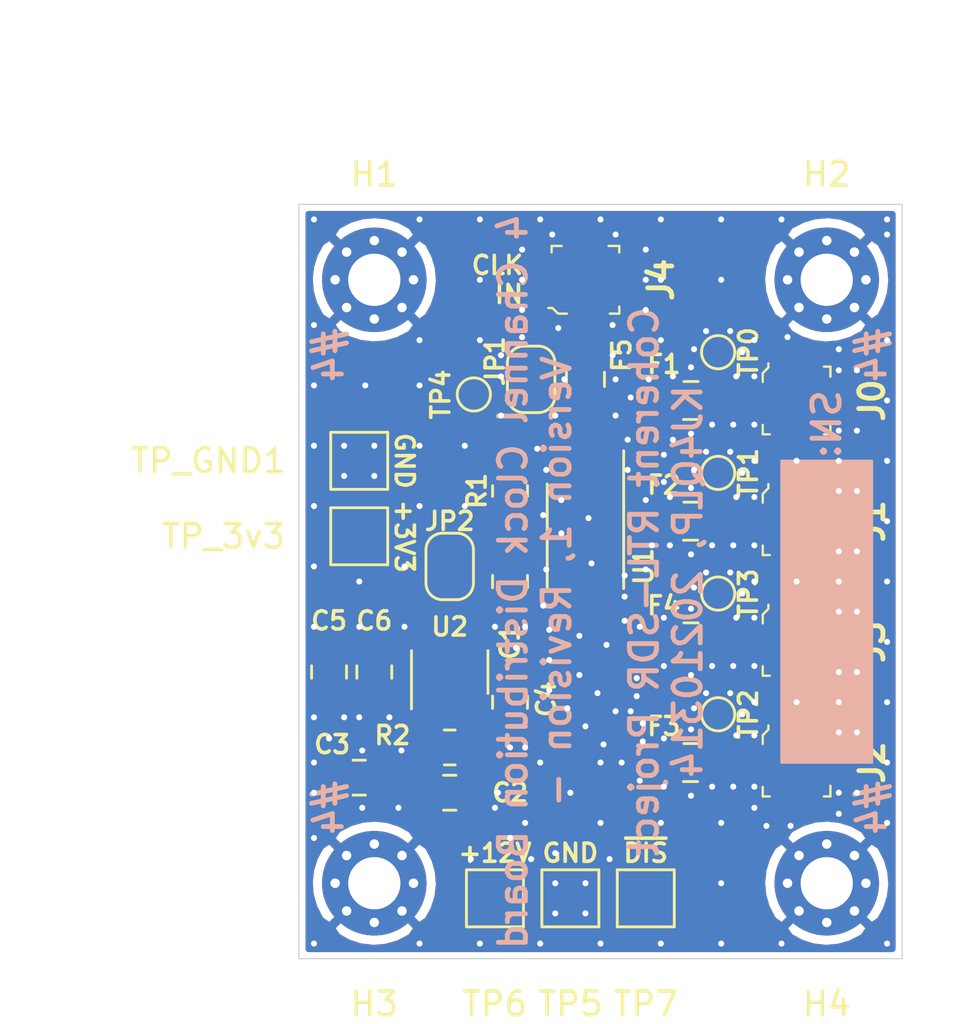
<source format=kicad_pcb>
(kicad_pcb (version 20171130) (host pcbnew 5.1.9-73d0e3b20d~88~ubuntu20.04.1)
  (title_block (title "4 Channel Clock Distribution Board, V1") (date 2021-03-14) (rev -) (company "Amateur Radio / Phased Arrays") (comment 1 "Coherent RTL-SDR Projects") (comment 2 creativecommons.org/licenses/by/4.0/) (comment 3 "License: CC BY 4.0") (comment 4 "Author: Zach Leffke, KJ4QLP"))
  (layers (0 F.Cu signal) (31 B.Cu signal) (34 B.Paste user) (35 F.Paste user) (36 B.SilkS user) (37 F.SilkS user) (38 B.Mask user) (39 F.Mask user) (44 Edge.Cuts user))
  (net 0 "")
  (net 1 +3V3)
  (net 2 GND)
  (net 3 "Net-(F1-Pad2)")
  (net 4 "Net-(F2-Pad2)")
  (net 5 "Net-(F3-Pad2)")
  (net 6 "Net-(F4-Pad2)")
  (net 7 "Net-(F5-Pad1)")
  (net 8 "Net-(F5-Pad2)")
  (net 9 "Net-(R1-Pad2)")
  (net 10 /Y0)
  (net 11 /Y1)
  (net 12 /Y2)
  (net 13 /Y3)
  (net 14 +12V)
  (net 15 "Net-(C4-Pad1)")
  (net 16 "Net-(C5-Pad1)")
  (net 17 "Net-(R2-Pad2)")
  (module Jumper:SolderJumper-2_P1.3mm_Open_RoundedPad1.0x1.5mm (layer F.Cu) (at 133.35 78.74 90)
    (fp_text reference JP2 (at 1.905 0 180) (layer F.SilkS) (effects (font (size 0.762 0.762) (thickness 0.1524))))
    (fp_text value VREG)
    (pad 2 smd custom (at 0.65 0 90) (size 1 0.5) (layers F.Cu F.Mask) (net 1 +3V3) (options (clearance outline) (anchor rect)) (primitives (gr_circle (center 0 0.25) (end 0.5 0.25) (width 0)) (gr_circle (center 0 -0.25) (end 0.5 -0.25) (width 0)) (gr_poly (pts (xy 0 -0.75) (xy -0.5 -0.75) (xy -0.5 0.75) (xy 0 0.75)) (width 0))))
    (pad 1 smd custom (at -0.65 0 90) (size 1 0.5) (layers F.Cu F.Mask) (net 16 "Net-(C5-Pad1)") (options (clearance outline) (anchor rect)) (primitives (gr_circle (center 0 0.25) (end 0.5 0.25) (width 0)) (gr_circle (center 0 -0.25) (end 0.5 -0.25) (width 0)) (gr_poly (pts (xy 0 -0.75) (xy 0.5 -0.75) (xy 0.5 0.75) (xy 0 0.75)) (width 0))))
  )
  (module TestPoint:TestPoint_Pad_2.0x2.0mm (layer F.Cu) (at 141.605 92.71)
    (fp_text reference TP7 (at 0 4.445) (layer F.SilkS))
    (fp_text value TestPoint)
    (pad 1 smd rect (at 0 0) (size 2 2) (layers F.Cu F.Mask) (net 17 "Net-(R2-Pad2)"))
  )
  (module TestPoint:TestPoint_Pad_D1.0mm (layer F.Cu) (at 134.366 71.501 180)
    (fp_text reference TP4 (at 1.397 0 90) (layer F.SilkS) (effects (font (size 0.762 0.762) (thickness 0.1524))))
    (fp_text value TestPoint)
    (pad 1 smd circle (at 0 0 180) (size 1 1) (layers F.Cu F.Mask) (net 8 "Net-(F5-Pad2)"))
  )
  (module Package_TO_SOT_SMD:SOT-23-5 (layer F.Cu) (at 133.35 83.185 90)
    (fp_text reference U2 (at 1.905 0 180) (layer F.SilkS) (effects (font (size 0.762 0.762) (thickness 0.1524))))
    (fp_text value SPX3819M5-L-3-3)
    (pad 5 smd rect (at 1.1 -0.95 90) (size 1.06 0.65) (layers F.Cu F.Paste F.Mask) (net 16 "Net-(C5-Pad1)"))
    (pad 4 smd rect (at 1.1 0.95 90) (size 1.06 0.65) (layers F.Cu F.Paste F.Mask) (net 15 "Net-(C4-Pad1)"))
    (pad 3 smd rect (at -1.1 0.95 90) (size 1.06 0.65) (layers F.Cu F.Paste F.Mask) (net 17 "Net-(R2-Pad2)"))
    (pad 2 smd rect (at -1.1 0 90) (size 1.06 0.65) (layers F.Cu F.Paste F.Mask) (net 2 GND))
    (pad 1 smd rect (at -1.1 -0.95 90) (size 1.06 0.65) (layers F.Cu F.Paste F.Mask) (net 14 +12V))
  )
  (module TestPoint:TestPoint_Pad_2.0x2.0mm (layer F.Cu) (at 138.43 92.71)
    (fp_text reference TP5 (at 0 4.445) (layer F.SilkS))
    (fp_text value TestPoint)
    (pad 1 smd rect (at 0 0) (size 2 2) (layers F.Cu F.Mask) (net 2 GND))
  )
  (module TestPoint:TestPoint_Pad_2.0x2.0mm (layer F.Cu) (at 135.255 92.71)
    (fp_text reference TP6 (at 0 4.445) (layer F.SilkS))
    (fp_text value TestPoint)
    (pad 1 smd rect (at 0 0) (size 2 2) (layers F.Cu F.Mask) (net 14 +12V))
  )
  (module Resistor_SMD:R_0805_2012Metric (layer F.Cu) (at 133.35 86.36)
    (fp_text reference R2 (at -2.413 -0.508) (layer F.SilkS) (effects (font (size 0.762 0.762) (thickness 0.1524))))
    (fp_text value 100k)
    (pad 2 smd roundrect (at 0.9125 0) (size 1.025 1.4) (layers F.Cu F.Paste F.Mask) (roundrect_rratio 0.243902) (net 17 "Net-(R2-Pad2)"))
    (pad 1 smd roundrect (at -0.9125 0) (size 1.025 1.4) (layers F.Cu F.Paste F.Mask) (roundrect_rratio 0.243902) (net 14 +12V))
  )
  (module Capacitor_SMD:C_0805_2012Metric (layer F.Cu) (at 130.175 83.185 270)
    (fp_text reference C6 (at -2.159 0 180) (layer F.SilkS) (effects (font (size 0.762 0.762) (thickness 0.1524))))
    (fp_text value 0.1uF)
    (pad 2 smd roundrect (at 0.95 0 270) (size 1 1.45) (layers F.Cu F.Paste F.Mask) (net 2 GND))
    (pad 1 smd roundrect (at -0.95 0 270) (size 1 1.45) (layers F.Cu F.Paste F.Mask) (net 16 "Net-(C5-Pad1)"))
  )
  (module Capacitor_SMD:C_0805_2012Metric (layer F.Cu) (at 128.27 83.185 270)
    (fp_text reference C5 (at -2.159 0 180) (layer F.SilkS) (effects (font (size 0.762 0.762) (thickness 0.1524))))
    (fp_text value 10uF)
    (pad 2 smd roundrect (at 0.95 0 270) (size 1 1.45) (layers F.Cu F.Paste F.Mask) (net 2 GND))
    (pad 1 smd roundrect (at -0.95 0 270) (size 1 1.45) (layers F.Cu F.Paste F.Mask) (net 16 "Net-(C5-Pad1)"))
  )
  (module Capacitor_SMD:C_0805_2012Metric (layer F.Cu) (at 135.89 84.455 270)
    (fp_text reference C4 (at -0.127 -1.524 90) (layer F.SilkS) (effects (font (size 0.762 0.762) (thickness 0.1524))))
    (fp_text value 0.1uF)
    (pad 2 smd roundrect (at 0.95 0 270) (size 1 1.45) (layers F.Cu F.Paste F.Mask) (net 2 GND))
    (pad 1 smd roundrect (at -0.95 0 270) (size 1 1.45) (layers F.Cu F.Paste F.Mask) (net 15 "Net-(C4-Pad1)"))
  )
  (module Capacitor_SMD:C_0805_2012Metric (layer F.Cu) (at 129.54 87.63 180)
    (fp_text reference C3 (at 1.143 1.397) (layer F.SilkS) (effects (font (size 0.762 0.762) (thickness 0.1524))))
    (fp_text value 0.1uF)
    (pad 2 smd roundrect (at 0.95 0 180) (size 1 1.45) (layers F.Cu F.Paste F.Mask) (net 2 GND))
    (pad 1 smd roundrect (at -0.95 0 180) (size 1 1.45) (layers F.Cu F.Paste F.Mask) (net 14 +12V))
  )
  (module Capacitor_SMD:C_0805_2012Metric (layer F.Cu) (at 133.35 88.265)
    (fp_text reference C2 (at 2.54 0) (layer F.SilkS) (effects (font (size 0.762 0.762) (thickness 0.1524))))
    (fp_text value 1uF)
    (pad 2 smd roundrect (at 0.95 0) (size 1 1.45) (layers F.Cu F.Paste F.Mask) (net 2 GND))
    (pad 1 smd roundrect (at -0.95 0) (size 1 1.45) (layers F.Cu F.Paste F.Mask) (net 14 +12V))
  )
  (module MountingHole:MountingHole_2.2mm_M2_Pad_Via (layer F.Cu) (at 149.225 92.075)
    (fp_text reference H4 (at 0 5.08) (layer F.SilkS))
    (fp_text value MountingHole_Pad)
    (pad 1 thru_hole circle (at 1.166726 -1.166726) (size 0.7 0.7) (drill 0.4) (layers *.Cu *.Mask) (net 2 GND))
    (pad 1 thru_hole circle (at 0 -1.65) (size 0.7 0.7) (drill 0.4) (layers *.Cu *.Mask) (net 2 GND))
    (pad 1 thru_hole circle (at -1.166726 -1.166726) (size 0.7 0.7) (drill 0.4) (layers *.Cu *.Mask) (net 2 GND))
    (pad 1 thru_hole circle (at -1.65 0) (size 0.7 0.7) (drill 0.4) (layers *.Cu *.Mask) (net 2 GND))
    (pad 1 thru_hole circle (at -1.166726 1.166726) (size 0.7 0.7) (drill 0.4) (layers *.Cu *.Mask) (net 2 GND))
    (pad 1 thru_hole circle (at 0 1.65) (size 0.7 0.7) (drill 0.4) (layers *.Cu *.Mask) (net 2 GND))
    (pad 1 thru_hole circle (at 1.166726 1.166726) (size 0.7 0.7) (drill 0.4) (layers *.Cu *.Mask) (net 2 GND))
    (pad 1 thru_hole circle (at 1.65 0) (size 0.7 0.7) (drill 0.4) (layers *.Cu *.Mask) (net 2 GND))
    (pad 1 thru_hole circle (at 0 0) (size 4.4 4.4) (drill 2.2) (layers *.Cu *.Mask) (net 2 GND))
  )
  (module MountingHole:MountingHole_2.2mm_M2_Pad_Via (layer F.Cu) (at 130.175 92.075)
    (fp_text reference H3 (at 0 5.08) (layer F.SilkS))
    (fp_text value MountingHole_Pad)
    (pad 1 thru_hole circle (at 1.166726 -1.166726) (size 0.7 0.7) (drill 0.4) (layers *.Cu *.Mask) (net 2 GND))
    (pad 1 thru_hole circle (at 0 -1.65) (size 0.7 0.7) (drill 0.4) (layers *.Cu *.Mask) (net 2 GND))
    (pad 1 thru_hole circle (at -1.166726 -1.166726) (size 0.7 0.7) (drill 0.4) (layers *.Cu *.Mask) (net 2 GND))
    (pad 1 thru_hole circle (at -1.65 0) (size 0.7 0.7) (drill 0.4) (layers *.Cu *.Mask) (net 2 GND))
    (pad 1 thru_hole circle (at -1.166726 1.166726) (size 0.7 0.7) (drill 0.4) (layers *.Cu *.Mask) (net 2 GND))
    (pad 1 thru_hole circle (at 0 1.65) (size 0.7 0.7) (drill 0.4) (layers *.Cu *.Mask) (net 2 GND))
    (pad 1 thru_hole circle (at 1.166726 1.166726) (size 0.7 0.7) (drill 0.4) (layers *.Cu *.Mask) (net 2 GND))
    (pad 1 thru_hole circle (at 1.65 0) (size 0.7 0.7) (drill 0.4) (layers *.Cu *.Mask) (net 2 GND))
    (pad 1 thru_hole circle (at 0 0) (size 4.4 4.4) (drill 2.2) (layers *.Cu *.Mask) (net 2 GND))
  )
  (module Jumper:SolderJumper-2_P1.3mm_Open_RoundedPad1.0x1.5mm (layer F.Cu) (at 136.779 70.866 270)
    (fp_text reference JP1 (at -0.762 1.524 90) (layer F.SilkS) (effects (font (size 0.762 0.762) (thickness 0.1524))))
    (fp_text value CLKIN_FILT_BYPASS)
    (pad 2 smd custom (at 0.65 0 270) (size 1 0.5) (layers F.Cu F.Mask) (net 8 "Net-(F5-Pad2)") (options (clearance outline) (anchor rect)) (primitives (gr_circle (center 0 0.25) (end 0.5 0.25) (width 0)) (gr_circle (center 0 -0.25) (end 0.5 -0.25) (width 0)) (gr_poly (pts (xy 0 -0.75) (xy -0.5 -0.75) (xy -0.5 0.75) (xy 0 0.75)) (width 0))))
    (pad 1 smd custom (at -0.65 0 270) (size 1 0.5) (layers F.Cu F.Mask) (net 7 "Net-(F5-Pad1)") (options (clearance outline) (anchor rect)) (primitives (gr_circle (center 0 0.25) (end 0.5 0.25) (width 0)) (gr_circle (center 0 -0.25) (end 0.5 -0.25) (width 0)) (gr_poly (pts (xy 0 -0.75) (xy 0.5 -0.75) (xy 0.5 0.75) (xy 0 0.75)) (width 0))))
  )
  (module TestPoint:TestPoint_Pad_2.0x2.0mm (layer F.Cu) (at 129.54 74.295)
    (fp_text reference TP_GND1 (at -6.35 0) (layer F.SilkS))
    (fp_text value TestPoint)
    (pad 1 smd rect (at 0 0) (size 2 2) (layers F.Cu F.Mask) (net 2 GND))
  )
  (module TestPoint:TestPoint_Pad_2.0x2.0mm (layer F.Cu) (at 129.54 77.47)
    (fp_text reference TP_3v3 (at -5.715 0) (layer F.SilkS))
    (fp_text value TestPoint)
    (pad 1 smd rect (at 0 0) (size 2 2) (layers F.Cu F.Mask) (net 1 +3V3))
  )
  (module MountingHole:MountingHole_2.2mm_M2_Pad_Via (layer F.Cu) (at 149.225 66.675)
    (fp_text reference H2 (at 0 -4.445) (layer F.SilkS))
    (fp_text value MountingHole_Pad)
    (pad 1 thru_hole circle (at 1.166726 -1.166726) (size 0.7 0.7) (drill 0.4) (layers *.Cu *.Mask) (net 2 GND))
    (pad 1 thru_hole circle (at 0 -1.65) (size 0.7 0.7) (drill 0.4) (layers *.Cu *.Mask) (net 2 GND))
    (pad 1 thru_hole circle (at -1.166726 -1.166726) (size 0.7 0.7) (drill 0.4) (layers *.Cu *.Mask) (net 2 GND))
    (pad 1 thru_hole circle (at -1.65 0) (size 0.7 0.7) (drill 0.4) (layers *.Cu *.Mask) (net 2 GND))
    (pad 1 thru_hole circle (at -1.166726 1.166726) (size 0.7 0.7) (drill 0.4) (layers *.Cu *.Mask) (net 2 GND))
    (pad 1 thru_hole circle (at 0 1.65) (size 0.7 0.7) (drill 0.4) (layers *.Cu *.Mask) (net 2 GND))
    (pad 1 thru_hole circle (at 1.166726 1.166726) (size 0.7 0.7) (drill 0.4) (layers *.Cu *.Mask) (net 2 GND))
    (pad 1 thru_hole circle (at 1.65 0) (size 0.7 0.7) (drill 0.4) (layers *.Cu *.Mask) (net 2 GND))
    (pad 1 thru_hole circle (at 0 0) (size 4.4 4.4) (drill 2.2) (layers *.Cu *.Mask) (net 2 GND))
  )
  (module MountingHole:MountingHole_2.2mm_M2_Pad_Via (layer F.Cu) (at 130.175 66.675)
    (fp_text reference H1 (at 0 -4.445) (layer F.SilkS))
    (fp_text value MountingHole_Pad)
    (pad 1 thru_hole circle (at 1.166726 -1.166726) (size 0.7 0.7) (drill 0.4) (layers *.Cu *.Mask) (net 2 GND))
    (pad 1 thru_hole circle (at 0 -1.65) (size 0.7 0.7) (drill 0.4) (layers *.Cu *.Mask) (net 2 GND))
    (pad 1 thru_hole circle (at -1.166726 -1.166726) (size 0.7 0.7) (drill 0.4) (layers *.Cu *.Mask) (net 2 GND))
    (pad 1 thru_hole circle (at -1.65 0) (size 0.7 0.7) (drill 0.4) (layers *.Cu *.Mask) (net 2 GND))
    (pad 1 thru_hole circle (at -1.166726 1.166726) (size 0.7 0.7) (drill 0.4) (layers *.Cu *.Mask) (net 2 GND))
    (pad 1 thru_hole circle (at 0 1.65) (size 0.7 0.7) (drill 0.4) (layers *.Cu *.Mask) (net 2 GND))
    (pad 1 thru_hole circle (at 1.166726 1.166726) (size 0.7 0.7) (drill 0.4) (layers *.Cu *.Mask) (net 2 GND))
    (pad 1 thru_hole circle (at 1.65 0) (size 0.7 0.7) (drill 0.4) (layers *.Cu *.Mask) (net 2 GND))
    (pad 1 thru_hole circle (at 0 0) (size 4.4 4.4) (drill 2.2) (layers *.Cu *.Mask) (net 2 GND))
  )
  (module TestPoint:TestPoint_Pad_D1.0mm (layer F.Cu) (at 144.653 79.883)
    (fp_text reference TP3 (at 1.27 0 270) (layer F.SilkS) (effects (font (size 0.762 0.762) (thickness 0.1524))))
    (fp_text value TestPoint)
    (pad 1 smd circle (at 0 0) (size 1 1) (layers F.Cu F.Mask) (net 6 "Net-(F4-Pad2)"))
  )
  (module TestPoint:TestPoint_Pad_D1.0mm (layer F.Cu) (at 144.653 84.963)
    (fp_text reference TP2 (at 1.27 0 90) (layer F.SilkS) (effects (font (size 0.762 0.762) (thickness 0.1524))))
    (fp_text value TestPoint)
    (pad 1 smd circle (at 0 0) (size 1 1) (layers F.Cu F.Mask) (net 5 "Net-(F3-Pad2)"))
  )
  (module TestPoint:TestPoint_Pad_D1.0mm (layer F.Cu) (at 144.653 74.803)
    (fp_text reference TP1 (at 1.27 0 90) (layer F.SilkS) (effects (font (size 0.762 0.762) (thickness 0.1524))))
    (fp_text value TestPoint)
    (pad 1 smd circle (at 0 0) (size 1 1) (layers F.Cu F.Mask) (net 4 "Net-(F2-Pad2)"))
  )
  (module TestPoint:TestPoint_Pad_D1.0mm (layer F.Cu) (at 144.653 69.723)
    (fp_text reference TP0 (at 1.27 0 90) (layer F.SilkS) (effects (font (size 0.762 0.762) (thickness 0.1524))))
    (fp_text value TestPoint)
    (pad 1 smd circle (at 0 0) (size 1 1) (layers F.Cu F.Mask) (net 3 "Net-(F1-Pad2)"))
  )
  (module Package_SO:TSSOP-8_4.4x3mm_P0.65mm (layer F.Cu) (at 139.065 77.47 270)
    (fp_text reference U1 (at 1.27 -2.45 90) (layer F.SilkS) (effects (font (size 0.762 0.762) (thickness 0.1524))))
    (fp_text value 5PB1104PGxx)
    (pad 8 smd roundrect (at 2.8625 -0.975 270) (size 1.475 0.4) (layers F.Cu F.Paste F.Mask) (net 11 /Y1))
    (pad 7 smd roundrect (at 2.8625 -0.325 270) (size 1.475 0.4) (layers F.Cu F.Paste F.Mask) (net 13 /Y3))
    (pad 6 smd roundrect (at 2.8625 0.325 270) (size 1.475 0.4) (layers F.Cu F.Paste F.Mask) (net 1 +3V3))
    (pad 5 smd roundrect (at 2.8625 0.975 270) (size 1.475 0.4) (layers F.Cu F.Paste F.Mask) (net 12 /Y2))
    (pad 4 smd roundrect (at -2.8625 0.975 270) (size 1.475 0.4) (layers F.Cu F.Paste F.Mask) (net 2 GND))
    (pad 3 smd roundrect (at -2.8625 0.325 270) (size 1.475 0.4) (layers F.Cu F.Paste F.Mask) (net 10 /Y0))
    (pad 2 smd roundrect (at -2.8625 -0.325 270) (size 1.475 0.4) (layers F.Cu F.Paste F.Mask) (net 9 "Net-(R1-Pad2)"))
    (pad 1 smd roundrect (at -2.8625 -0.975 270) (size 1.475 0.4) (layers F.Cu F.Paste F.Mask) (net 8 "Net-(F5-Pad2)"))
  )
  (module Resistor_SMD:R_0805_2012Metric (layer F.Cu) (at 135.89 75.565 90)
    (fp_text reference R1 (at 0 -1.397 90) (layer F.SilkS) (effects (font (size 0.762 0.762) (thickness 0.1524))))
    (fp_text value 100k)
    (pad 2 smd roundrect (at 0.9125 0 90) (size 1.025 1.4) (layers F.Cu F.Paste F.Mask) (roundrect_rratio 0.243902) (net 9 "Net-(R1-Pad2)"))
    (pad 1 smd roundrect (at -0.9125 0 90) (size 1.025 1.4) (layers F.Cu F.Paste F.Mask) (roundrect_rratio 0.243902) (net 1 +3V3))
  )
  (module digikey-footprints:Molex_734120114_UMC_RF_CONN_Vertical (layer F.Cu) (at 139.065 66.675)
    (fp_text reference J4 (at 3.175 0 90) (layer F.SilkS) (effects (font (size 1.016 1.016) (thickness 0.2032))))
    (fp_text value CLKIN)
    (pad 1 smd rect (at -1.5 0) (size 1 2.2) (layers F.Cu F.Paste F.Mask) (net 2 GND))
    (pad 1 smd rect (at 1.5 0) (size 1 2.2) (layers F.Cu F.Paste F.Mask) (net 2 GND))
    (pad 2 smd rect (at 0 1.5) (size 1 1) (layers F.Cu F.Paste F.Mask) (net 7 "Net-(F5-Pad1)"))
    (pad 1 smd rect (at 0 -1.5) (size 1 1) (layers F.Cu F.Paste F.Mask) (net 2 GND))
  )
  (module digikey-footprints:Molex_734120114_UMC_RF_CONN_Vertical (layer F.Cu) (at 147.955 81.915 270)
    (fp_text reference J3 (at 0 -3.175 90) (layer F.SilkS) (effects (font (size 1.016 1.016) (thickness 0.2032))))
    (fp_text value Y3)
    (pad 1 smd rect (at -1.5 0 270) (size 1 2.2) (layers F.Cu F.Paste F.Mask) (net 2 GND))
    (pad 1 smd rect (at 1.5 0 270) (size 1 2.2) (layers F.Cu F.Paste F.Mask) (net 2 GND))
    (pad 2 smd rect (at 0 1.5 270) (size 1 1) (layers F.Cu F.Paste F.Mask) (net 6 "Net-(F4-Pad2)"))
    (pad 1 smd rect (at 0 -1.5 270) (size 1 1) (layers F.Cu F.Paste F.Mask) (net 2 GND))
  )
  (module digikey-footprints:Molex_734120114_UMC_RF_CONN_Vertical (layer F.Cu) (at 147.955 86.995 270)
    (fp_text reference J2 (at 0 -3.175 90) (layer F.SilkS) (effects (font (size 1.016 1.016) (thickness 0.2032))))
    (fp_text value Y2)
    (pad 1 smd rect (at -1.5 0 270) (size 1 2.2) (layers F.Cu F.Paste F.Mask) (net 2 GND))
    (pad 1 smd rect (at 1.5 0 270) (size 1 2.2) (layers F.Cu F.Paste F.Mask) (net 2 GND))
    (pad 2 smd rect (at 0 1.5 270) (size 1 1) (layers F.Cu F.Paste F.Mask) (net 5 "Net-(F3-Pad2)"))
    (pad 1 smd rect (at 0 -1.5 270) (size 1 1) (layers F.Cu F.Paste F.Mask) (net 2 GND))
  )
  (module digikey-footprints:Molex_734120114_UMC_RF_CONN_Vertical (layer F.Cu) (at 147.955 76.835 270)
    (fp_text reference J1 (at 0 -3.175 90) (layer F.SilkS) (effects (font (size 1.016 1.016) (thickness 0.2032))))
    (fp_text value Y1)
    (pad 1 smd rect (at -1.5 0 270) (size 1 2.2) (layers F.Cu F.Paste F.Mask) (net 2 GND))
    (pad 1 smd rect (at 1.5 0 270) (size 1 2.2) (layers F.Cu F.Paste F.Mask) (net 2 GND))
    (pad 2 smd rect (at 0 1.5 270) (size 1 1) (layers F.Cu F.Paste F.Mask) (net 4 "Net-(F2-Pad2)"))
    (pad 1 smd rect (at 0 -1.5 270) (size 1 1) (layers F.Cu F.Paste F.Mask) (net 2 GND))
  )
  (module digikey-footprints:Molex_734120114_UMC_RF_CONN_Vertical (layer F.Cu) (at 147.955 71.755 270)
    (fp_text reference J0 (at 0 -3.175 90) (layer F.SilkS) (effects (font (size 1.016 1.016) (thickness 0.2032))))
    (fp_text value Y0)
    (pad 1 smd rect (at -1.5 0 270) (size 1 2.2) (layers F.Cu F.Paste F.Mask) (net 2 GND))
    (pad 1 smd rect (at 1.5 0 270) (size 1 2.2) (layers F.Cu F.Paste F.Mask) (net 2 GND))
    (pad 2 smd rect (at 0 1.5 270) (size 1 1) (layers F.Cu F.Paste F.Mask) (net 3 "Net-(F1-Pad2)"))
    (pad 1 smd rect (at 0 -1.5 270) (size 1 1) (layers F.Cu F.Paste F.Mask) (net 2 GND))
  )
  (module kj4qlp:0805_3PC_Pad (layer F.Cu) (at 143.51 81.915)
    (fp_text reference F4 (at -1.143 -1.524) (layer F.SilkS) (effects (font (size 0.762 0.762) (thickness 0.1524))))
    (fp_text value MEM2012S35R0T001)
    (pad 3 smd rect (at 0 0) (size 0.4 2) (layers F.Cu F.Paste F.Mask) (net 2 GND))
    (pad 1 smd trapezoid (at -1.15 0) (size 1 1) (layers F.Cu F.Paste F.Mask) (net 13 /Y3))
    (pad 2 smd rect (at 1.15 0) (size 1 1) (layers F.Cu F.Paste F.Mask) (net 6 "Net-(F4-Pad2)"))
  )
  (module kj4qlp:0805_3PC_Pad (layer F.Cu) (at 143.51 86.995)
    (fp_text reference F3 (at -1.143 -1.524) (layer F.SilkS) (effects (font (size 0.762 0.762) (thickness 0.1524))))
    (fp_text value MEM2012S35R0T001)
    (pad 3 smd rect (at 0 0) (size 0.4 2) (layers F.Cu F.Paste F.Mask) (net 2 GND))
    (pad 1 smd trapezoid (at -1.15 0) (size 1 1) (layers F.Cu F.Paste F.Mask) (net 12 /Y2))
    (pad 2 smd rect (at 1.15 0) (size 1 1) (layers F.Cu F.Paste F.Mask) (net 5 "Net-(F3-Pad2)"))
  )
  (module kj4qlp:0805_3PC_Pad (layer F.Cu) (at 139.065 70.866 270)
    (fp_text reference F5 (at -1.016 -1.524 90) (layer F.SilkS) (effects (font (size 0.762 0.762) (thickness 0.1524))))
    (fp_text value MEM2012S35R0T001)
    (pad 3 smd rect (at 0 0 270) (size 0.4 2) (layers F.Cu F.Paste F.Mask) (net 2 GND))
    (pad 1 smd trapezoid (at -1.15 0 270) (size 1 1) (layers F.Cu F.Paste F.Mask) (net 7 "Net-(F5-Pad1)"))
    (pad 2 smd rect (at 1.15 0 270) (size 1 1) (layers F.Cu F.Paste F.Mask) (net 8 "Net-(F5-Pad2)"))
  )
  (module kj4qlp:0805_3PC_Pad (layer F.Cu) (at 143.51 76.835)
    (fp_text reference F2 (at -1.143 -1.524) (layer F.SilkS) (effects (font (size 0.762 0.762) (thickness 0.1524))))
    (fp_text value MEM2012S35R0T001)
    (pad 3 smd rect (at 0 0) (size 0.4 2) (layers F.Cu F.Paste F.Mask) (net 2 GND))
    (pad 1 smd trapezoid (at -1.15 0) (size 1 1) (layers F.Cu F.Paste F.Mask) (net 11 /Y1))
    (pad 2 smd rect (at 1.15 0) (size 1 1) (layers F.Cu F.Paste F.Mask) (net 4 "Net-(F2-Pad2)"))
  )
  (module kj4qlp:0805_3PC_Pad (layer F.Cu) (at 143.51 71.755)
    (fp_text reference F1 (at -1.143 -1.524) (layer F.SilkS) (effects (font (size 0.762 0.762) (thickness 0.1524))))
    (fp_text value MEM2012S35R0T001)
    (pad 3 smd rect (at 0 0) (size 0.4 2) (layers F.Cu F.Paste F.Mask) (net 2 GND))
    (pad 1 smd trapezoid (at -1.15 0) (size 1 1) (layers F.Cu F.Paste F.Mask) (net 10 /Y0))
    (pad 2 smd rect (at 1.15 0) (size 1 1) (layers F.Cu F.Paste F.Mask) (net 3 "Net-(F1-Pad2)"))
  )
  (module Capacitor_SMD:C_0805_2012Metric (layer F.Cu) (at 135.89 79.375 90)
    (fp_text reference C1 (at -2.54 0 90) (layer F.SilkS) (effects (font (size 0.762 0.762) (thickness 0.1524))))
    (fp_text value 0.1uF)
    (pad 2 smd roundrect (at 0.95 0 90) (size 1 1.45) (layers F.Cu F.Paste F.Mask) (net 1 +3V3))
    (pad 1 smd roundrect (at -0.95 0 90) (size 1 1.45) (layers F.Cu F.Paste F.Mask) (net 2 GND))
  )
  (gr_text "#4" (at 128.27 88.9 90) (layer B.SilkS) (effects (font (size 1.143 1.143) (thickness 0.2032)) (justify mirror)))
  (gr_text "#4" (at 128.27 69.85 90) (layer B.SilkS) (effects (font (size 1.143 1.143) (thickness 0.2032)) (justify mirror)))
  (gr_text "#4" (at 151.13 69.85 90) (layer B.SilkS) (effects (font (size 1.143 1.143) (thickness 0.2032)) (justify mirror)))
  (gr_text "#4" (at 151.13 88.9 90) (layer B.SilkS) (effects (font (size 1.143 1.143) (thickness 0.2032)) (justify mirror)))
  (gr_text SN: (at 149.225 74.295 90) (layer B.SilkS) (effects (font (size 1.143 1.143) (thickness 0.2032)) (justify right mirror)))
  (gr_poly (pts (xy 151.13 86.995) (xy 147.32 86.995) (xy 147.32 74.295) (xy 151.13 74.295)) (layer B.SilkS) (width 0.1))
  (gr_text "CLK\nIN" (at 136.525 66.675) (layer F.SilkS) (effects (font (size 0.762 0.762) (thickness 0.1524)) (justify right)))
  (gr_text "4 Channel Clock Distribution Board\nVersion 1, Revision -\n\nCoherent RTL-SDR Project\nKJ4QLP, 20210314" (at 139.7 79.375 90) (layer B.SilkS) (effects (font (size 1.143 1.143) (thickness 0.2032)) (justify mirror)))
  (gr_text ~DIS (at 141.605 90.805) (layer F.SilkS) (effects (font (size 0.762 0.762) (thickness 0.1524))))
  (gr_text GND (at 131.445 74.295 -90) (layer F.SilkS) (effects (font (size 0.762 0.762) (thickness 0.1524))))
  (gr_text +3V3 (at 131.445 77.47 270) (layer F.SilkS) (effects (font (size 0.762 0.762) (thickness 0.1524))))
  (gr_text GND (at 138.43 90.805) (layer F.SilkS) (effects (font (size 0.762 0.762) (thickness 0.1524))))
  (gr_text +12V (at 135.255 90.805) (layer F.SilkS) (effects (font (size 0.762 0.762) (thickness 0.1524))))
  (gr_line (start 127 95.25) (end 127 63.5) (layer Edge.Cuts) (width 0.05))
  (gr_line (start 152.4 95.25) (end 127 95.25) (layer Edge.Cuts) (width 0.05))
  (gr_line (start 152.4 63.5) (end 152.4 95.25) (layer Edge.Cuts) (width 0.05))
  (gr_line (start 127 63.5) (end 152.4 63.5) (layer Edge.Cuts) (width 0.05))
  (segment (start 135.89 78.425) (end 135.89 77.47) (width 0.762) (layer F.Cu) (net 1))
  (segment (start 135.89 76.4775) (end 135.89 77.47) (width 0.762) (layer F.Cu) (net 1))
  (segment (start 138.74 80.3325) (end 138.74 79.177) (width 0.254) (layer F.Cu) (net 1))
  (segment (start 135.89 77.47) (end 137.033 77.47) (width 0.254) (layer F.Cu) (net 1))
  (segment (start 137.287 77.724) (end 137.16 77.597) (width 0.254) (layer F.Cu) (net 1))
  (segment (start 137.033 77.47) (end 137.287 77.724) (width 0.254) (layer F.Cu) (net 1))
  (segment (start 138.74 79.177) (end 137.287 77.724) (width 0.254) (layer F.Cu) (net 1))
  (segment (start 133.35 78.09) (end 133.35 77.47) (width 0.508) (layer F.Cu) (net 1))
  (segment (start 133.35 77.47) (end 135.89 77.47) (width 0.762) (layer F.Cu) (net 1))
  (segment (start 129.54 77.47) (end 133.35 77.47) (width 0.762) (layer F.Cu) (net 1))
  (via (at 138.049 75.946) (size 0.508) (drill 0.254) (layers F.Cu B.Cu) (net 2))
  (via (at 137.414 74.676) (size 0.508) (drill 0.254) (layers F.Cu B.Cu) (net 2))
  (via (at 143.51 75.438) (size 0.508) (drill 0.254) (layers F.Cu B.Cu) (net 2))
  (via (at 143.51 78.232) (size 0.508) (drill 0.254) (layers F.Cu B.Cu) (net 2))
  (via (at 143.51 80.518) (size 0.508) (drill 0.254) (layers F.Cu B.Cu) (net 2))
  (via (at 143.51 83.312) (size 0.508) (drill 0.254) (layers F.Cu B.Cu) (net 2))
  (via (at 143.51 85.598) (size 0.508) (drill 0.254) (layers F.Cu B.Cu) (net 2))
  (via (at 143.51 88.392) (size 0.508) (drill 0.254) (layers F.Cu B.Cu) (net 2))
  (via (at 143.51 73.152) (size 0.508) (drill 0.254) (layers F.Cu B.Cu) (net 2))
  (via (at 143.51 70.358) (size 0.508) (drill 0.254) (layers F.Cu B.Cu) (net 2))
  (via (at 140.843 74.676) (size 0.508) (drill 0.254) (layers F.Cu B.Cu) (net 2))
  (via (at 140.843 73.406) (size 0.508) (drill 0.254) (layers F.Cu B.Cu) (net 2))
  (via (at 140.335 72.39) (size 0.508) (drill 0.254) (layers F.Cu B.Cu) (net 2))
  (via (at 140.97 71.628) (size 0.508) (drill 0.254) (layers F.Cu B.Cu) (net 2))
  (via (at 141.732 70.866) (size 0.508) (drill 0.254) (layers F.Cu B.Cu) (net 2))
  (via (at 142.748 70.739) (size 0.508) (drill 0.254) (layers F.Cu B.Cu) (net 2))
  (via (at 141.605 75.946) (size 0.508) (drill 0.254) (layers F.Cu B.Cu) (net 2))
  (via (at 142.367 75.184) (size 0.508) (drill 0.254) (layers F.Cu B.Cu) (net 2))
  (via (at 142.367 74.041) (size 0.508) (drill 0.254) (layers F.Cu B.Cu) (net 2))
  (via (at 142.748 73.406) (size 0.508) (drill 0.254) (layers F.Cu B.Cu) (net 2))
  (via (at 144.399 72.771) (size 0.508) (drill 0.254) (layers F.Cu B.Cu) (net 2))
  (via (at 145.288 72.771) (size 0.508) (drill 0.254) (layers F.Cu B.Cu) (net 2))
  (via (at 142.621 75.819) (size 0.508) (drill 0.254) (layers F.Cu B.Cu) (net 2))
  (via (at 142.621 77.851) (size 0.508) (drill 0.254) (layers F.Cu B.Cu) (net 2))
  (via (at 141.859 77.851) (size 0.508) (drill 0.254) (layers F.Cu B.Cu) (net 2))
  (via (at 140.716 79.121) (size 0.508) (drill 0.254) (layers F.Cu B.Cu) (net 2))
  (via (at 141.605 78.867) (size 0.508) (drill 0.254) (layers F.Cu B.Cu) (net 2))
  (via (at 141.224 83.439) (size 0.508) (drill 0.254) (layers F.Cu B.Cu) (net 2))
  (via (at 140.716 80.01) (size 0.508) (drill 0.254) (layers F.Cu B.Cu) (net 2))
  (via (at 146.177 82.931) (size 0.508) (drill 0.254) (layers F.Cu B.Cu) (net 2))
  (via (at 142.367 80.899) (size 0.508) (drill 0.254) (layers F.Cu B.Cu) (net 2))
  (via (at 143.637 79.629) (size 0.508) (drill 0.254) (layers F.Cu B.Cu) (net 2))
  (via (at 144.145 78.994) (size 0.508) (drill 0.254) (layers F.Cu B.Cu) (net 2))
  (via (at 145.161 78.994) (size 0.508) (drill 0.254) (layers F.Cu B.Cu) (net 2))
  (via (at 145.669 79.883) (size 0.508) (drill 0.254) (layers F.Cu B.Cu) (net 2))
  (via (at 145.415 80.899) (size 0.508) (drill 0.254) (layers F.Cu B.Cu) (net 2))
  (via (at 146.177 80.899) (size 0.508) (drill 0.254) (layers F.Cu B.Cu) (net 2))
  (via (at 146.177 79.375) (size 0.508) (drill 0.254) (layers F.Cu B.Cu) (net 2))
  (via (at 146.177 77.851) (size 0.508) (drill 0.254) (layers F.Cu B.Cu) (net 2))
  (via (at 140.716 81.026) (size 0.508) (drill 0.254) (layers F.Cu B.Cu) (net 2))
  (via (at 141.351 81.28) (size 0.508) (drill 0.254) (layers F.Cu B.Cu) (net 2))
  (via (at 138.811 81.661) (size 0.508) (drill 0.254) (layers F.Cu B.Cu) (net 2))
  (via (at 138.811 83.312) (size 0.508) (drill 0.254) (layers F.Cu B.Cu) (net 2))
  (via (at 144.399 82.931) (size 0.508) (drill 0.254) (layers F.Cu B.Cu) (net 2))
  (via (at 139.573 84.074) (size 0.508) (drill 0.254) (layers F.Cu B.Cu) (net 2))
  (via (at 140.335 84.836) (size 0.508) (drill 0.254) (layers F.Cu B.Cu) (net 2))
  (via (at 140.97 84.836) (size 0.508) (drill 0.254) (layers F.Cu B.Cu) (net 2))
  (via (at 141.478 86.106) (size 0.508) (drill 0.254) (layers F.Cu B.Cu) (net 2))
  (via (at 141.478 85.344) (size 0.508) (drill 0.254) (layers F.Cu B.Cu) (net 2))
  (via (at 137.541 82.677) (size 0.508) (drill 0.254) (layers F.Cu B.Cu) (net 2))
  (via (at 142.367 85.979) (size 0.508) (drill 0.254) (layers F.Cu B.Cu) (net 2))
  (via (at 139.954 82.042) (size 0.508) (drill 0.254) (layers F.Cu B.Cu) (net 2))
  (via (at 141.224 84.201) (size 0.508) (drill 0.254) (layers F.Cu B.Cu) (net 2))
  (via (at 142.367 82.931) (size 0.508) (drill 0.254) (layers F.Cu B.Cu) (net 2))
  (via (at 146.177 84.455) (size 0.508) (drill 0.254) (layers F.Cu B.Cu) (net 2))
  (via (at 146.177 85.852) (size 0.508) (drill 0.254) (layers F.Cu B.Cu) (net 2))
  (via (at 145.288 82.931) (size 0.508) (drill 0.254) (layers F.Cu B.Cu) (net 2))
  (via (at 145.288 77.851) (size 0.508) (drill 0.254) (layers F.Cu B.Cu) (net 2))
  (via (at 144.399 77.851) (size 0.508) (drill 0.254) (layers F.Cu B.Cu) (net 2))
  (via (at 144.399 88.011) (size 0.508) (drill 0.254) (layers F.Cu B.Cu) (net 2))
  (via (at 146.177 88.011) (size 0.508) (drill 0.254) (layers F.Cu B.Cu) (net 2))
  (via (at 145.288 88.011) (size 0.508) (drill 0.254) (layers F.Cu B.Cu) (net 2))
  (via (at 145.415 85.852) (size 0.508) (drill 0.254) (layers F.Cu B.Cu) (net 2))
  (via (at 142.367 88.011) (size 0.508) (drill 0.254) (layers F.Cu B.Cu) (net 2))
  (via (at 137.541 83.947) (size 0.508) (drill 0.254) (layers F.Cu B.Cu) (net 2))
  (via (at 138.303 84.709) (size 0.508) (drill 0.254) (layers F.Cu B.Cu) (net 2))
  (via (at 139.065 85.471) (size 0.508) (drill 0.254) (layers F.Cu B.Cu) (net 2))
  (via (at 139.827 86.233) (size 0.508) (drill 0.254) (layers F.Cu B.Cu) (net 2))
  (via (at 140.589 86.995) (size 0.508) (drill 0.254) (layers F.Cu B.Cu) (net 2))
  (via (at 141.351 87.757) (size 0.508) (drill 0.254) (layers F.Cu B.Cu) (net 2))
  (via (at 137.541 81.407) (size 0.508) (drill 0.254) (layers F.Cu B.Cu) (net 2))
  (via (at 136.525 81.28) (size 0.508) (drill 0.254) (layers F.Cu B.Cu) (net 2))
  (via (at 135.255 81.28) (size 0.508) (drill 0.254) (layers F.Cu B.Cu) (net 2))
  (via (at 137.287 80.391) (size 0.508) (drill 0.254) (layers F.Cu B.Cu) (net 2))
  (via (at 137.414 78.867) (size 0.508) (drill 0.254) (layers F.Cu B.Cu) (net 2))
  (via (at 139.319 78.613) (size 0.508) (drill 0.254) (layers F.Cu B.Cu) (net 2))
  (via (at 138.049 77.343) (size 0.508) (drill 0.254) (layers F.Cu B.Cu) (net 2))
  (via (at 139.192 76.708) (size 0.508) (drill 0.254) (layers F.Cu B.Cu) (net 2))
  (via (at 137.033 73.787) (size 0.508) (drill 0.254) (layers F.Cu B.Cu) (net 2))
  (via (at 137.287 76.581) (size 0.508) (drill 0.254) (layers F.Cu B.Cu) (net 2))
  (via (at 146.177 75.819) (size 0.508) (drill 0.254) (layers F.Cu B.Cu) (net 2))
  (via (at 146.177 74.295) (size 0.508) (drill 0.254) (layers F.Cu B.Cu) (net 2))
  (via (at 146.177 72.771) (size 0.508) (drill 0.254) (layers F.Cu B.Cu) (net 2))
  (via (at 145.415 75.819) (size 0.508) (drill 0.254) (layers F.Cu B.Cu) (net 2))
  (via (at 145.415 70.739) (size 0.508) (drill 0.254) (layers F.Cu B.Cu) (net 2))
  (via (at 146.177 70.739) (size 0.508) (drill 0.254) (layers F.Cu B.Cu) (net 2))
  (via (at 146.177 69.215) (size 0.508) (drill 0.254) (layers F.Cu B.Cu) (net 2))
  (via (at 143.637 69.596) (size 0.508) (drill 0.254) (layers F.Cu B.Cu) (net 2))
  (via (at 144.145 68.834) (size 0.508) (drill 0.254) (layers F.Cu B.Cu) (net 2))
  (via (at 145.161 68.834) (size 0.508) (drill 0.254) (layers F.Cu B.Cu) (net 2))
  (via (at 145.669 69.723) (size 0.508) (drill 0.254) (layers F.Cu B.Cu) (net 2))
  (via (at 143.637 74.676) (size 0.508) (drill 0.254) (layers F.Cu B.Cu) (net 2))
  (via (at 144.145 73.914) (size 0.508) (drill 0.254) (layers F.Cu B.Cu) (net 2))
  (via (at 145.161 73.914) (size 0.508) (drill 0.254) (layers F.Cu B.Cu) (net 2))
  (via (at 145.669 74.803) (size 0.508) (drill 0.254) (layers F.Cu B.Cu) (net 2))
  (via (at 143.637 84.709) (size 0.508) (drill 0.254) (layers F.Cu B.Cu) (net 2))
  (via (at 144.145 84.074) (size 0.508) (drill 0.254) (layers F.Cu B.Cu) (net 2))
  (via (at 145.161 84.074) (size 0.508) (drill 0.254) (layers F.Cu B.Cu) (net 2))
  (via (at 145.669 84.963) (size 0.508) (drill 0.254) (layers F.Cu B.Cu) (net 2))
  (via (at 135.89 86.36) (size 0.508) (drill 0.254) (layers F.Cu B.Cu) (net 2))
  (via (at 136.525 86.36) (size 0.508) (drill 0.254) (layers F.Cu B.Cu) (net 2))
  (via (at 135.255 88.9) (size 0.508) (drill 0.254) (layers F.Cu B.Cu) (net 2))
  (via (at 127.635 88.265) (size 0.508) (drill 0.254) (layers F.Cu B.Cu) (net 2))
  (via (at 127.635 86.995) (size 0.508) (drill 0.254) (layers F.Cu B.Cu) (net 2))
  (via (at 127.635 85.09) (size 0.508) (drill 0.254) (layers F.Cu B.Cu) (net 2))
  (via (at 128.905 85.09) (size 0.508) (drill 0.254) (layers F.Cu B.Cu) (net 2))
  (via (at 129.54 85.09) (size 0.508) (drill 0.254) (layers F.Cu B.Cu) (net 2))
  (via (at 130.81 85.09) (size 0.508) (drill 0.254) (layers F.Cu B.Cu) (net 2))
  (via (at 137.795 92.075) (size 0.508) (drill 0.254) (layers F.Cu B.Cu) (net 2))
  (via (at 139.065 92.075) (size 0.508) (drill 0.254) (layers F.Cu B.Cu) (net 2))
  (via (at 139.065 93.345) (size 0.508) (drill 0.254) (layers F.Cu B.Cu) (net 2))
  (via (at 137.795 93.345) (size 0.508) (drill 0.254) (layers F.Cu B.Cu) (net 2))
  (via (at 128.905 73.66) (size 0.508) (drill 0.254) (layers F.Cu B.Cu) (net 2))
  (via (at 130.175 73.66) (size 0.508) (drill 0.254) (layers F.Cu B.Cu) (net 2))
  (via (at 130.175 74.93) (size 0.508) (drill 0.254) (layers F.Cu B.Cu) (net 2))
  (via (at 128.905 74.93) (size 0.508) (drill 0.254) (layers F.Cu B.Cu) (net 2))
  (via (at 136.144 82.169) (size 0.508) (drill 0.254) (layers F.Cu B.Cu) (net 2))
  (via (at 135.382 88.265) (size 0.508) (drill 0.254) (layers F.Cu B.Cu) (net 2))
  (via (at 151.765 64.135) (size 0.508) (drill 0.254) (layers F.Cu B.Cu) (net 2))
  (via (at 151.765 64.77) (size 0.508) (drill 0.254) (layers F.Cu B.Cu) (net 2))
  (via (at 151.765 69.215) (size 0.508) (drill 0.254) (layers F.Cu B.Cu) (net 2))
  (via (at 151.765 71.755) (size 0.508) (drill 0.254) (layers F.Cu B.Cu) (net 2))
  (via (at 151.765 74.295) (size 0.508) (drill 0.254) (layers F.Cu B.Cu) (net 2))
  (via (at 151.765 76.835) (size 0.508) (drill 0.254) (layers F.Cu B.Cu) (net 2))
  (via (at 151.765 79.375) (size 0.508) (drill 0.254) (layers F.Cu B.Cu) (net 2))
  (via (at 151.765 81.915) (size 0.508) (drill 0.254) (layers F.Cu B.Cu) (net 2))
  (via (at 151.765 84.455) (size 0.508) (drill 0.254) (layers F.Cu B.Cu) (net 2))
  (via (at 151.765 86.995) (size 0.508) (drill 0.254) (layers F.Cu B.Cu) (net 2))
  (via (at 151.765 89.535) (size 0.508) (drill 0.254) (layers F.Cu B.Cu) (net 2))
  (via (at 139.7 64.135) (size 0.508) (drill 0.254) (layers F.Cu B.Cu) (net 2))
  (via (at 144.78 64.135) (size 0.508) (drill 0.254) (layers F.Cu B.Cu) (net 2))
  (via (at 147.32 64.135) (size 0.508) (drill 0.254) (layers F.Cu B.Cu) (net 2))
  (via (at 142.24 64.135) (size 0.508) (drill 0.254) (layers F.Cu B.Cu) (net 2))
  (via (at 134.62 64.135) (size 0.508) (drill 0.254) (layers F.Cu B.Cu) (net 2))
  (via (at 132.08 64.135) (size 0.508) (drill 0.254) (layers F.Cu B.Cu) (net 2))
  (via (at 137.16 64.135) (size 0.508) (drill 0.254) (layers F.Cu B.Cu) (net 2))
  (via (at 134.62 94.615) (size 0.508) (drill 0.254) (layers F.Cu B.Cu) (net 2))
  (via (at 142.24 94.615) (size 0.508) (drill 0.254) (layers F.Cu B.Cu) (net 2))
  (via (at 132.08 94.615) (size 0.508) (drill 0.254) (layers F.Cu B.Cu) (net 2))
  (via (at 139.7 94.615) (size 0.508) (drill 0.254) (layers F.Cu B.Cu) (net 2))
  (via (at 137.16 94.615) (size 0.508) (drill 0.254) (layers F.Cu B.Cu) (net 2))
  (via (at 147.32 94.615) (size 0.508) (drill 0.254) (layers F.Cu B.Cu) (net 2))
  (via (at 144.78 94.615) (size 0.508) (drill 0.254) (layers F.Cu B.Cu) (net 2))
  (via (at 140.335 70.866) (size 0.508) (drill 0.254) (layers F.Cu B.Cu) (net 2))
  (via (at 140.208 69.85) (size 0.508) (drill 0.254) (layers F.Cu B.Cu) (net 2))
  (via (at 127.635 68.58) (size 0.508) (drill 0.254) (layers F.Cu B.Cu) (net 2))
  (via (at 127.635 71.12) (size 0.508) (drill 0.254) (layers F.Cu B.Cu) (net 2))
  (via (at 127.635 73.66) (size 0.508) (drill 0.254) (layers F.Cu B.Cu) (net 2))
  (via (at 127.635 76.2) (size 0.508) (drill 0.254) (layers F.Cu B.Cu) (net 2))
  (via (at 127.635 78.74) (size 0.508) (drill 0.254) (layers F.Cu B.Cu) (net 2))
  (via (at 127.635 81.28) (size 0.508) (drill 0.254) (layers F.Cu B.Cu) (net 2))
  (via (at 134.62 66.675) (size 0.508) (drill 0.254) (layers F.Cu B.Cu) (net 2))
  (via (at 134.62 69.215) (size 0.508) (drill 0.254) (layers F.Cu B.Cu) (net 2))
  (via (at 132.08 69.215) (size 0.508) (drill 0.254) (layers F.Cu B.Cu) (net 2))
  (via (at 129.794 71.12) (size 0.508) (drill 0.254) (layers F.Cu B.Cu) (net 2))
  (via (at 142.24 66.675) (size 0.508) (drill 0.254) (layers F.Cu B.Cu) (net 2))
  (via (at 144.78 66.675) (size 0.508) (drill 0.254) (layers F.Cu B.Cu) (net 2))
  (via (at 135.509 72.39) (size 0.508) (drill 0.254) (layers F.Cu B.Cu) (net 2))
  (via (at 132.08 71.12) (size 0.508) (drill 0.254) (layers F.Cu B.Cu) (net 2))
  (via (at 144.78 92.075) (size 0.508) (drill 0.254) (layers F.Cu B.Cu) (net 2))
  (via (at 144.78 89.535) (size 0.508) (drill 0.254) (layers F.Cu B.Cu) (net 2))
  (via (at 142.24 89.535) (size 0.508) (drill 0.254) (layers F.Cu B.Cu) (net 2))
  (via (at 139.7 89.535) (size 0.508) (drill 0.254) (layers F.Cu B.Cu) (net 2))
  (via (at 139.7 86.995) (size 0.508) (drill 0.254) (layers F.Cu B.Cu) (net 2))
  (via (at 137.16 86.995) (size 0.508) (drill 0.254) (layers F.Cu B.Cu) (net 2))
  (via (at 138.43 88.265) (size 0.508) (drill 0.254) (layers F.Cu B.Cu) (net 2))
  (via (at 151.765 94.615) (size 0.508) (drill 0.254) (layers F.Cu B.Cu) (net 2))
  (via (at 127.635 94.615) (size 0.508) (drill 0.254) (layers F.Cu B.Cu) (net 2))
  (via (at 127.635 90.17) (size 0.508) (drill 0.254) (layers F.Cu B.Cu) (net 2))
  (via (at 127.635 64.135) (size 0.508) (drill 0.254) (layers F.Cu B.Cu) (net 2))
  (via (at 150.495 80.645) (size 0.508) (drill 0.254) (layers F.Cu B.Cu) (net 2))
  (via (at 150.495 70.485) (size 0.508) (drill 0.254) (layers F.Cu B.Cu) (net 2))
  (via (at 150.495 85.725) (size 0.508) (drill 0.254) (layers F.Cu B.Cu) (net 2))
  (via (at 150.495 83.185) (size 0.508) (drill 0.254) (layers F.Cu B.Cu) (net 2))
  (via (at 150.495 75.565) (size 0.508) (drill 0.254) (layers F.Cu B.Cu) (net 2))
  (via (at 150.495 78.105) (size 0.508) (drill 0.254) (layers F.Cu B.Cu) (net 2))
  (via (at 150.495 73.025) (size 0.508) (drill 0.254) (layers F.Cu B.Cu) (net 2))
  (via (at 150.495 88.265) (size 0.508) (drill 0.254) (layers F.Cu B.Cu) (net 2))
  (via (at 132.08 73.66) (size 0.508) (drill 0.254) (layers F.Cu B.Cu) (net 2))
  (via (at 132.08 76.2) (size 0.508) (drill 0.254) (layers F.Cu B.Cu) (net 2))
  (via (at 133.985 76.2) (size 0.508) (drill 0.254) (layers F.Cu B.Cu) (net 2))
  (via (at 133.985 73.66) (size 0.508) (drill 0.254) (layers F.Cu B.Cu) (net 2))
  (via (at 131.445 78.74) (size 0.508) (drill 0.254) (layers F.Cu B.Cu) (net 2))
  (via (at 131.445 81.28) (size 0.508) (drill 0.254) (layers F.Cu B.Cu) (net 2))
  (via (at 129.54 81.28) (size 0.508) (drill 0.254) (layers F.Cu B.Cu) (net 2))
  (via (at 129.54 79.375) (size 0.508) (drill 0.254) (layers F.Cu B.Cu) (net 2))
  (via (at 137.795 90.805) (size 0.508) (drill 0.254) (layers F.Cu B.Cu) (net 2))
  (via (at 136.525 89.535) (size 0.508) (drill 0.254) (layers F.Cu B.Cu) (net 2))
  (via (at 135.89 90.17) (size 0.508) (drill 0.254) (layers F.Cu B.Cu) (net 2))
  (via (at 136.779 91.059) (size 0.508) (drill 0.254) (layers F.Cu B.Cu) (net 2))
  (via (at 140.081 91.059) (size 0.508) (drill 0.254) (layers F.Cu B.Cu) (net 2))
  (via (at 134.239 91.059) (size 0.508) (drill 0.254) (layers F.Cu B.Cu) (net 2))
  (via (at 129.667 88.9) (size 0.508) (drill 0.254) (layers F.Cu B.Cu) (net 2))
  (via (at 131.191 88.9) (size 0.508) (drill 0.254) (layers F.Cu B.Cu) (net 2))
  (via (at 129.667 86.487) (size 0.508) (drill 0.254) (layers F.Cu B.Cu) (net 2))
  (via (at 131.318 86.487) (size 0.508) (drill 0.254) (layers F.Cu B.Cu) (net 2))
  (via (at 128.27 85.979) (size 0.508) (drill 0.254) (layers F.Cu B.Cu) (net 2))
  (via (at 147.955 74.295) (size 0.508) (drill 0.254) (layers F.Cu B.Cu) (net 2))
  (via (at 149.733 74.295) (size 0.508) (drill 0.254) (layers F.Cu B.Cu) (net 2))
  (via (at 147.955 79.375) (size 0.508) (drill 0.254) (layers F.Cu B.Cu) (net 2))
  (via (at 147.955 84.455) (size 0.508) (drill 0.254) (layers F.Cu B.Cu) (net 2))
  (via (at 149.733 84.455) (size 0.508) (drill 0.254) (layers F.Cu B.Cu) (net 2))
  (via (at 149.733 79.375) (size 0.508) (drill 0.254) (layers F.Cu B.Cu) (net 2))
  (via (at 146.177 88.9) (size 0.508) (drill 0.254) (layers F.Cu B.Cu) (net 2))
  (via (at 147.701 89.662) (size 0.508) (drill 0.254) (layers F.Cu B.Cu) (net 2))
  (via (at 146.685 89.662) (size 0.508) (drill 0.254) (layers F.Cu B.Cu) (net 2))
  (via (at 149.733 88.265) (size 0.508) (drill 0.254) (layers F.Cu B.Cu) (net 2))
  (via (at 149.733 89.154) (size 0.508) (drill 0.254) (layers F.Cu B.Cu) (net 2))
  (via (at 149.733 85.725) (size 0.508) (drill 0.254) (layers F.Cu B.Cu) (net 2))
  (via (at 149.733 83.185) (size 0.508) (drill 0.254) (layers F.Cu B.Cu) (net 2))
  (via (at 149.733 80.645) (size 0.508) (drill 0.254) (layers F.Cu B.Cu) (net 2))
  (via (at 149.733 78.105) (size 0.508) (drill 0.254) (layers F.Cu B.Cu) (net 2))
  (via (at 149.733 75.565) (size 0.508) (drill 0.254) (layers F.Cu B.Cu) (net 2))
  (via (at 149.733 73.025) (size 0.508) (drill 0.254) (layers F.Cu B.Cu) (net 2))
  (via (at 149.733 70.485) (size 0.508) (drill 0.254) (layers F.Cu B.Cu) (net 2))
  (via (at 149.733 69.596) (size 0.508) (drill 0.254) (layers F.Cu B.Cu) (net 2))
  (via (at 147.574 69.088) (size 0.508) (drill 0.254) (layers F.Cu B.Cu) (net 2))
  (via (at 136.398 66.675) (size 0.508) (drill 0.254) (layers F.Cu B.Cu) (net 2))
  (via (at 136.398 65.405) (size 0.508) (drill 0.254) (layers F.Cu B.Cu) (net 2))
  (via (at 136.398 67.945) (size 0.508) (drill 0.254) (layers F.Cu B.Cu) (net 2))
  (via (at 141.605 66.675) (size 0.508) (drill 0.254) (layers F.Cu B.Cu) (net 2))
  (via (at 141.605 65.405) (size 0.508) (drill 0.254) (layers F.Cu B.Cu) (net 2))
  (via (at 141.605 67.945) (size 0.508) (drill 0.254) (layers F.Cu B.Cu) (net 2))
  (via (at 137.922 68.707) (size 0.508) (drill 0.254) (layers F.Cu B.Cu) (net 2))
  (via (at 136.398 69.088) (size 0.508) (drill 0.254) (layers F.Cu B.Cu) (net 2))
  (via (at 135.509 69.85) (size 0.508) (drill 0.254) (layers F.Cu B.Cu) (net 2))
  (via (at 140.208 68.58) (size 0.508) (drill 0.254) (layers F.Cu B.Cu) (net 2))
  (via (at 140.335 64.77) (size 0.508) (drill 0.254) (layers F.Cu B.Cu) (net 2))
  (via (at 137.668 64.77) (size 0.508) (drill 0.254) (layers F.Cu B.Cu) (net 2))
  (via (at 142.24 69.215) (size 0.508) (drill 0.254) (layers F.Cu B.Cu) (net 2))
  (via (at 138.176 70.866) (size 0.508) (drill 0.254) (layers F.Cu B.Cu) (net 2))
  (via (at 135.509 70.739) (size 0.508) (drill 0.254) (layers F.Cu B.Cu) (net 2))
  (via (at 137.795 72.39) (size 0.508) (drill 0.254) (layers F.Cu B.Cu) (net 2))
  (segment (start 144.653 69.723) (end 144.653 71.755) (width 0.254) (layer F.Cu) (net 3))
  (segment (start 144.66 71.755) (end 146.431 71.755) (width 0.762) (layer F.Cu) (net 3))
  (segment (start 144.66 76.835) (end 144.78 76.835) (width 0.254) (layer F.Cu) (net 4))
  (segment (start 144.653 74.803) (end 144.653 76.835) (width 0.254) (layer F.Cu) (net 4))
  (segment (start 144.66 76.835) (end 146.05 76.835) (width 0.762) (layer F.Cu) (net 4))
  (segment (start 146.455 76.835) (end 146.05 76.835) (width 0.762) (layer F.Cu) (net 4))
  (segment (start 139.065 69.716) (end 139.065 69.335) (width 0.254) (layer F.Cu) (net 7))
  (segment (start 139.065 68.175) (end 139.065 69.716) (width 0.762) (layer F.Cu) (net 7))
  (segment (start 140.04 73.365) (end 140.04 74.6075) (width 0.254) (layer F.Cu) (net 8))
  (segment (start 140.04 73.365) (end 139.065 72.39) (width 0.254) (layer F.Cu) (net 8))
  (segment (start 139.065 72.016) (end 139.065 72.39) (width 0.254) (layer F.Cu) (net 8))
  (segment (start 144.653 84.963) (end 144.653 86.995) (width 0.254) (layer F.Cu) (net 5))
  (segment (start 144.66 86.995) (end 146.05 86.995) (width 0.762) (layer F.Cu) (net 5))
  (segment (start 146.455 86.995) (end 146.05 86.995) (width 0.762) (layer F.Cu) (net 5))
  (segment (start 144.653 79.883) (end 144.653 81.915) (width 0.254) (layer F.Cu) (net 6))
  (segment (start 144.78 81.915) (end 144.66 81.915) (width 0.762) (layer F.Cu) (net 6))
  (segment (start 146.455 81.915) (end 144.78 81.915) (width 0.762) (layer F.Cu) (net 6))
  (segment (start 136.779 70.216) (end 137.937 70.216) (width 0.254) (layer F.Cu) (net 7))
  (segment (start 137.937 70.216) (end 138.176 69.977) (width 0.254) (layer F.Cu) (net 7))
  (segment (start 139.065 69.716) (end 138.945 69.716) (width 0.254) (layer F.Cu) (net 7))
  (segment (start 138.684 69.977) (end 138.176 69.977) (width 0.254) (layer F.Cu) (net 7))
  (segment (start 138.945 69.716) (end 138.684 69.977) (width 0.254) (layer F.Cu) (net 7))
  (segment (start 136.779 71.516) (end 137.937 71.516) (width 0.254) (layer F.Cu) (net 8))
  (segment (start 137.937 71.516) (end 138.176 71.755) (width 0.254) (layer F.Cu) (net 8))
  (segment (start 139.065 72.016) (end 139.065 72.009) (width 0.254) (layer F.Cu) (net 8))
  (segment (start 138.811 71.755) (end 138.176 71.755) (width 0.254) (layer F.Cu) (net 8))
  (segment (start 139.065 72.009) (end 138.811 71.755) (width 0.254) (layer F.Cu) (net 8))
  (segment (start 134.381 71.516) (end 134.366 71.501) (width 0.508) (layer F.Cu) (net 8))
  (segment (start 136.779 71.516) (end 134.381 71.516) (width 0.508) (layer F.Cu) (net 8))
  (segment (start 139.39 74.6075) (end 139.39 73.477) (width 0.254) (layer F.Cu) (net 9))
  (segment (start 139.39 73.477) (end 138.938 73.025) (width 0.254) (layer F.Cu) (net 9))
  (segment (start 135.89 74.6525) (end 135.89 73.66) (width 0.254) (layer F.Cu) (net 9))
  (segment (start 136.525 73.025) (end 138.938 73.025) (width 0.254) (layer F.Cu) (net 9))
  (segment (start 135.89 73.66) (end 136.525 73.025) (width 0.254) (layer F.Cu) (net 9))
  (segment (start 141.605 72.009) (end 141.605 71.882) (width 0.254) (layer F.Cu) (net 10))
  (segment (start 141.549586 72.167366) (end 141.579847 72.119206) (width 0.254) (layer F.Cu) (net 10))
  (segment (start 141.461207 72.237846) (end 141.509367 72.207585) (width 0.254) (layer F.Cu) (net 10))
  (segment (start 141.407521 72.256631) (end 141.461207 72.237846) (width 0.254) (layer F.Cu) (net 10))
  (segment (start 141.271506 72.263) (end 141.351 72.263) (width 0.254) (layer F.Cu) (net 10))
  (segment (start 141.214986 72.269368) (end 141.271506 72.263) (width 0.254) (layer F.Cu) (net 10))
  (segment (start 141.509367 72.207585) (end 141.549586 72.167366) (width 0.254) (layer F.Cu) (net 10))
  (segment (start 141.1613 72.288153) (end 141.214986 72.269368) (width 0.254) (layer F.Cu) (net 10))
  (segment (start 141.04266 72.406793) (end 141.072921 72.358633) (width 0.254) (layer F.Cu) (net 10))
  (segment (start 141.017506 72.517) (end 141.023875 72.460479) (width 0.254) (layer F.Cu) (net 10))
  (segment (start 141.023875 72.460479) (end 141.04266 72.406793) (width 0.254) (layer F.Cu) (net 10))
  (segment (start 141.072921 72.675366) (end 141.04266 72.627206) (width 0.254) (layer F.Cu) (net 10))
  (segment (start 141.11314 72.715585) (end 141.072921 72.675366) (width 0.254) (layer F.Cu) (net 10))
  (segment (start 141.1613 72.745846) (end 141.11314 72.715585) (width 0.254) (layer F.Cu) (net 10))
  (segment (start 142.192494 73.025) (end 142.186125 72.968479) (width 0.254) (layer F.Cu) (net 10))
  (segment (start 141.598632 72.06552) (end 141.605 72.009) (width 0.254) (layer F.Cu) (net 10))
  (segment (start 141.04266 72.627206) (end 141.023875 72.57352) (width 0.254) (layer F.Cu) (net 10))
  (segment (start 141.660414 73.374633) (end 141.700633 73.334414) (width 0.254) (layer F.Cu) (net 10))
  (segment (start 141.605 73.533) (end 141.611368 73.476479) (width 0.254) (layer F.Cu) (net 10))
  (segment (start 141.995014 73.272631) (end 142.0487 73.253846) (width 0.254) (layer F.Cu) (net 10))
  (segment (start 141.802479 73.285368) (end 141.859 73.279) (width 0.254) (layer F.Cu) (net 10))
  (segment (start 141.605 75.057) (end 141.605 73.533) (width 0.254) (layer F.Cu) (net 10))
  (segment (start 141.630153 73.422793) (end 141.660414 73.374633) (width 0.254) (layer F.Cu) (net 10))
  (segment (start 141.859 73.279) (end 141.938494 73.279) (width 0.254) (layer F.Cu) (net 10))
  (segment (start 141.611368 73.476479) (end 141.630153 73.422793) (width 0.254) (layer F.Cu) (net 10))
  (segment (start 140.589 76.073) (end 141.605 75.057) (width 0.254) (layer F.Cu) (net 10))
  (segment (start 141.579847 72.119206) (end 141.598632 72.06552) (width 0.254) (layer F.Cu) (net 10))
  (segment (start 142.16734 73.135206) (end 142.186125 73.08152) (width 0.254) (layer F.Cu) (net 10))
  (segment (start 141.938494 72.771) (end 141.271506 72.771) (width 0.254) (layer F.Cu) (net 10))
  (segment (start 139.192 76.073) (end 140.589 76.073) (width 0.254) (layer F.Cu) (net 10))
  (segment (start 138.74 75.621) (end 139.192 76.073) (width 0.254) (layer F.Cu) (net 10))
  (segment (start 141.11314 72.318414) (end 141.1613 72.288153) (width 0.254) (layer F.Cu) (net 10))
  (segment (start 142.0487 73.253846) (end 142.09686 73.223585) (width 0.254) (layer F.Cu) (net 10))
  (segment (start 141.700633 73.334414) (end 141.748793 73.304153) (width 0.254) (layer F.Cu) (net 10))
  (segment (start 141.072921 72.358633) (end 141.11314 72.318414) (width 0.254) (layer F.Cu) (net 10))
  (segment (start 141.214986 72.764631) (end 141.1613 72.745846) (width 0.254) (layer F.Cu) (net 10))
  (segment (start 138.74 74.6075) (end 138.74 75.621) (width 0.254) (layer F.Cu) (net 10))
  (segment (start 141.938494 73.279) (end 141.995014 73.272631) (width 0.254) (layer F.Cu) (net 10))
  (segment (start 141.995014 72.777368) (end 141.938494 72.771) (width 0.254) (layer F.Cu) (net 10))
  (segment (start 142.16734 72.914793) (end 142.137079 72.866633) (width 0.254) (layer F.Cu) (net 10))
  (segment (start 142.09686 73.223585) (end 142.137079 73.183366) (width 0.254) (layer F.Cu) (net 10))
  (segment (start 141.023875 72.57352) (end 141.017506 72.517) (width 0.254) (layer F.Cu) (net 10))
  (segment (start 142.137079 73.183366) (end 142.16734 73.135206) (width 0.254) (layer F.Cu) (net 10))
  (segment (start 141.605 71.882) (end 141.732 71.755) (width 0.254) (layer F.Cu) (net 10))
  (segment (start 141.351 72.263) (end 141.407521 72.256631) (width 0.254) (layer F.Cu) (net 10))
  (segment (start 142.186125 73.08152) (end 142.192494 73.025) (width 0.254) (layer F.Cu) (net 10))
  (segment (start 142.186125 72.968479) (end 142.16734 72.914793) (width 0.254) (layer F.Cu) (net 10))
  (segment (start 141.748793 73.304153) (end 141.802479 73.285368) (width 0.254) (layer F.Cu) (net 10))
  (segment (start 142.09686 72.826414) (end 142.0487 72.796153) (width 0.254) (layer F.Cu) (net 10))
  (segment (start 141.732 71.755) (end 142.36 71.755) (width 0.254) (layer F.Cu) (net 10))
  (segment (start 142.0487 72.796153) (end 141.995014 72.777368) (width 0.254) (layer F.Cu) (net 10))
  (segment (start 142.137079 72.866633) (end 142.09686 72.826414) (width 0.254) (layer F.Cu) (net 10))
  (segment (start 141.271506 72.771) (end 141.214986 72.764631) (width 0.254) (layer F.Cu) (net 10))
  (segment (start 140.04 79.131199) (end 140.04 80.3325) (width 0.254) (layer F.Cu) (net 11))
  (segment (start 140.095415 78.495633) (end 140.065154 78.543793) (width 0.254) (layer F.Cu) (net 11))
  (segment (start 140.135634 78.455414) (end 140.095415 78.495633) (width 0.254) (layer F.Cu) (net 11))
  (segment (start 140.183794 78.425153) (end 140.135634 78.455414) (width 0.254) (layer F.Cu) (net 11))
  (segment (start 140.23748 78.406368) (end 140.183794 78.425153) (width 0.254) (layer F.Cu) (net 11))
  (segment (start 140.294 78.4) (end 140.23748 78.406368) (width 0.254) (layer F.Cu) (net 11))
  (segment (start 141.042415 78.4) (end 140.294 78.4) (width 0.254) (layer F.Cu) (net 11))
  (segment (start 141.200782 78.344585) (end 141.152622 78.374846) (width 0.254) (layer F.Cu) (net 11))
  (segment (start 140.065154 78.543793) (end 140.046369 78.597479) (width 0.254) (layer F.Cu) (net 11))
  (segment (start 141.241001 78.304366) (end 141.200782 78.344585) (width 0.254) (layer F.Cu) (net 11))
  (segment (start 141.271262 78.256206) (end 141.241001 78.304366) (width 0.254) (layer F.Cu) (net 11))
  (segment (start 140.046369 78.597479) (end 140.04 78.654) (width 0.254) (layer F.Cu) (net 11))
  (segment (start 141.296415 78.146) (end 141.290047 78.20252) (width 0.254) (layer F.Cu) (net 11))
  (segment (start 141.290047 78.089479) (end 141.296415 78.146) (width 0.254) (layer F.Cu) (net 11))
  (segment (start 141.271262 78.035793) (end 141.290047 78.089479) (width 0.254) (layer F.Cu) (net 11))
  (segment (start 141.290047 78.20252) (end 141.271262 78.256206) (width 0.254) (layer F.Cu) (net 11))
  (segment (start 141.241001 77.987633) (end 141.271262 78.035793) (width 0.254) (layer F.Cu) (net 11))
  (segment (start 141.200782 77.947414) (end 141.241001 77.987633) (width 0.254) (layer F.Cu) (net 11))
  (segment (start 138.838999 77.479633) (end 138.808738 77.527793) (width 0.254) (layer F.Cu) (net 11))
  (segment (start 138.808738 77.527793) (end 138.789953 77.581479) (width 0.254) (layer F.Cu) (net 11))
  (segment (start 138.981064 77.390368) (end 138.927378 77.409153) (width 0.254) (layer F.Cu) (net 11))
  (segment (start 140.081 76.835) (end 140.04 76.876) (width 0.254) (layer F.Cu) (net 11))
  (segment (start 139.84252 77.377631) (end 139.786 77.384) (width 0.254) (layer F.Cu) (net 11))
  (segment (start 138.838999 77.796366) (end 138.879218 77.836585) (width 0.254) (layer F.Cu) (net 11))
  (segment (start 139.896206 77.358846) (end 139.84252 77.377631) (width 0.254) (layer F.Cu) (net 11))
  (segment (start 140.014846 77.240206) (end 139.984585 77.288366) (width 0.254) (layer F.Cu) (net 11))
  (segment (start 141.098936 77.898368) (end 141.152622 77.917153) (width 0.254) (layer F.Cu) (net 11))
  (segment (start 140.033631 77.18652) (end 140.014846 77.240206) (width 0.254) (layer F.Cu) (net 11))
  (segment (start 141.042415 77.892) (end 141.098936 77.898368) (width 0.254) (layer F.Cu) (net 11))
  (segment (start 140.04 76.876) (end 140.04 77.13) (width 0.254) (layer F.Cu) (net 11))
  (segment (start 140.04 77.13) (end 140.033631 77.18652) (width 0.254) (layer F.Cu) (net 11))
  (segment (start 138.981064 77.885631) (end 139.037585 77.892) (width 0.254) (layer F.Cu) (net 11))
  (segment (start 142.36 76.835) (end 140.081 76.835) (width 0.254) (layer F.Cu) (net 11))
  (segment (start 138.927378 77.409153) (end 138.879218 77.439414) (width 0.254) (layer F.Cu) (net 11))
  (segment (start 141.152622 78.374846) (end 141.098936 78.393631) (width 0.254) (layer F.Cu) (net 11))
  (segment (start 141.152622 77.917153) (end 141.200782 77.947414) (width 0.254) (layer F.Cu) (net 11))
  (segment (start 139.944366 77.328585) (end 139.896206 77.358846) (width 0.254) (layer F.Cu) (net 11))
  (segment (start 139.786 77.384) (end 139.037585 77.384) (width 0.254) (layer F.Cu) (net 11))
  (segment (start 138.879218 77.439414) (end 138.838999 77.479633) (width 0.254) (layer F.Cu) (net 11))
  (segment (start 140.04 78.654) (end 140.04 79.131199) (width 0.254) (layer F.Cu) (net 11))
  (segment (start 141.098936 78.393631) (end 141.042415 78.4) (width 0.254) (layer F.Cu) (net 11))
  (segment (start 138.789953 77.581479) (end 138.783585 77.638) (width 0.254) (layer F.Cu) (net 11))
  (segment (start 138.783585 77.638) (end 138.789953 77.69452) (width 0.254) (layer F.Cu) (net 11))
  (segment (start 138.789953 77.69452) (end 138.808738 77.748206) (width 0.254) (layer F.Cu) (net 11))
  (segment (start 138.808738 77.748206) (end 138.838999 77.796366) (width 0.254) (layer F.Cu) (net 11))
  (segment (start 139.037585 77.384) (end 138.981064 77.390368) (width 0.254) (layer F.Cu) (net 11))
  (segment (start 138.879218 77.836585) (end 138.927378 77.866846) (width 0.254) (layer F.Cu) (net 11))
  (segment (start 138.927378 77.866846) (end 138.981064 77.885631) (width 0.254) (layer F.Cu) (net 11))
  (segment (start 139.984585 77.288366) (end 139.944366 77.328585) (width 0.254) (layer F.Cu) (net 11))
  (segment (start 139.037585 77.892) (end 141.042415 77.892) (width 0.254) (layer F.Cu) (net 11))
  (segment (start 140.042047 85.550041) (end 139.997578 85.514578) (width 0.254) (layer F.Cu) (net 12))
  (segment (start 140.093292 85.574719) (end 140.042047 85.550041) (width 0.254) (layer F.Cu) (net 12))
  (segment (start 140.761103 85.828685) (end 140.796566 85.784216) (width 0.254) (layer F.Cu) (net 12))
  (segment (start 140.821244 85.732971) (end 140.833901 85.677519) (width 0.254) (layer F.Cu) (net 12))
  (segment (start 138.09 83.607) (end 138.09 80.3325) (width 0.254) (layer F.Cu) (net 12))
  (segment (start 140.761103 85.469475) (end 140.716634 85.434012) (width 0.254) (layer F.Cu) (net 12))
  (segment (start 140.553058 85.396677) (end 140.497606 85.409333) (width 0.254) (layer F.Cu) (net 12))
  (segment (start 140.497606 85.409333) (end 140.446361 85.434012) (width 0.254) (layer F.Cu) (net 12))
  (segment (start 140.148744 85.587376) (end 140.093292 85.574719) (width 0.254) (layer F.Cu) (net 12))
  (segment (start 140.796566 85.784216) (end 140.821244 85.732971) (width 0.254) (layer F.Cu) (net 12))
  (segment (start 140.643202 86.024955) (end 140.655858 85.969503) (width 0.254) (layer F.Cu) (net 12))
  (segment (start 140.655858 85.969503) (end 140.680537 85.918258) (width 0.254) (layer F.Cu) (net 12))
  (segment (start 142.36 86.995) (end 141.478 86.995) (width 0.254) (layer F.Cu) (net 12))
  (segment (start 140.665388 85.409333) (end 140.609936 85.396677) (width 0.254) (layer F.Cu) (net 12))
  (segment (start 140.655858 86.137285) (end 140.643202 86.081833) (width 0.254) (layer F.Cu) (net 12))
  (segment (start 140.716 85.873789) (end 140.761103 85.828685) (width 0.254) (layer F.Cu) (net 12))
  (segment (start 140.643202 86.081833) (end 140.643202 86.024955) (width 0.254) (layer F.Cu) (net 12))
  (segment (start 140.680537 86.188531) (end 140.655858 86.137285) (width 0.254) (layer F.Cu) (net 12))
  (segment (start 140.833901 85.677519) (end 140.833901 85.620641) (width 0.254) (layer F.Cu) (net 12))
  (segment (start 140.680537 85.918258) (end 140.716 85.873789) (width 0.254) (layer F.Cu) (net 12))
  (segment (start 140.716 86.233) (end 140.680537 86.188531) (width 0.254) (layer F.Cu) (net 12))
  (segment (start 140.833901 85.620641) (end 140.821244 85.565189) (width 0.254) (layer F.Cu) (net 12))
  (segment (start 141.478 86.995) (end 140.716 86.233) (width 0.254) (layer F.Cu) (net 12))
  (segment (start 140.312319 85.550041) (end 140.261074 85.574719) (width 0.254) (layer F.Cu) (net 12))
  (segment (start 140.796566 85.513944) (end 140.761103 85.469475) (width 0.254) (layer F.Cu) (net 12))
  (segment (start 139.997578 85.514578) (end 138.09 83.607) (width 0.254) (layer F.Cu) (net 12))
  (segment (start 140.716634 85.434012) (end 140.665388 85.409333) (width 0.254) (layer F.Cu) (net 12))
  (segment (start 140.821244 85.565189) (end 140.796566 85.513944) (width 0.254) (layer F.Cu) (net 12))
  (segment (start 140.609936 85.396677) (end 140.553058 85.396677) (width 0.254) (layer F.Cu) (net 12))
  (segment (start 140.446361 85.434012) (end 140.401892 85.469475) (width 0.254) (layer F.Cu) (net 12))
  (segment (start 140.401892 85.469475) (end 140.356788 85.514578) (width 0.254) (layer F.Cu) (net 12))
  (segment (start 140.356788 85.514578) (end 140.312319 85.550041) (width 0.254) (layer F.Cu) (net 12))
  (segment (start 140.261074 85.574719) (end 140.205622 85.587376) (width 0.254) (layer F.Cu) (net 12))
  (segment (start 140.205622 85.587376) (end 140.148744 85.587376) (width 0.254) (layer F.Cu) (net 12))
  (segment (start 139.39 82.748) (end 139.39 80.3325) (width 0.254) (layer F.Cu) (net 13))
  (segment (start 139.88352 82.810369) (end 139.827 82.804) (width 0.254) (layer F.Cu) (net 13))
  (segment (start 139.985366 82.859415) (end 139.937206 82.829154) (width 0.254) (layer F.Cu) (net 13))
  (segment (start 140.081 83.792559) (end 140.081 83.058) (width 0.254) (layer F.Cu) (net 13))
  (segment (start 139.827 82.804) (end 139.446 82.804) (width 0.254) (layer F.Cu) (net 13))
  (segment (start 139.937206 82.829154) (end 139.88352 82.810369) (width 0.254) (layer F.Cu) (net 13))
  (segment (start 140.087368 83.84908) (end 140.081 83.792559) (width 0.254) (layer F.Cu) (net 13))
  (segment (start 140.106153 83.902766) (end 140.087368 83.84908) (width 0.254) (layer F.Cu) (net 13))
  (segment (start 140.136414 83.950926) (end 140.106153 83.902766) (width 0.254) (layer F.Cu) (net 13))
  (segment (start 140.176633 83.991145) (end 140.136414 83.950926) (width 0.254) (layer F.Cu) (net 13))
  (segment (start 140.224793 84.021406) (end 140.176633 83.991145) (width 0.254) (layer F.Cu) (net 13))
  (segment (start 140.055846 82.947794) (end 140.025585 82.899634) (width 0.254) (layer F.Cu) (net 13))
  (segment (start 140.39152 84.040191) (end 140.335 84.046559) (width 0.254) (layer F.Cu) (net 13))
  (segment (start 140.445206 84.021406) (end 140.39152 84.040191) (width 0.254) (layer F.Cu) (net 13))
  (segment (start 140.493366 83.991145) (end 140.445206 84.021406) (width 0.254) (layer F.Cu) (net 13))
  (segment (start 139.446 82.804) (end 139.39 82.748) (width 0.254) (layer F.Cu) (net 13))
  (segment (start 140.335 84.046559) (end 140.278479 84.040191) (width 0.254) (layer F.Cu) (net 13))
  (segment (start 140.533585 83.950926) (end 140.493366 83.991145) (width 0.254) (layer F.Cu) (net 13))
  (segment (start 140.563846 83.902766) (end 140.533585 83.950926) (width 0.254) (layer F.Cu) (net 13))
  (segment (start 140.843 81.711441) (end 140.786479 81.717809) (width 0.254) (layer F.Cu) (net 13))
  (segment (start 140.582631 83.84908) (end 140.563846 83.902766) (width 0.254) (layer F.Cu) (net 13))
  (segment (start 141.103368 82.60652) (end 141.097 82.55) (width 0.254) (layer F.Cu) (net 13))
  (segment (start 141.097 82.55) (end 141.097 81.965441) (width 0.254) (layer F.Cu) (net 13))
  (segment (start 140.684633 81.766855) (end 140.644414 81.807074) (width 0.254) (layer F.Cu) (net 13))
  (segment (start 141.294479 82.797631) (end 141.240793 82.778846) (width 0.254) (layer F.Cu) (net 13))
  (segment (start 141.351 82.804) (end 141.294479 82.797631) (width 0.254) (layer F.Cu) (net 13))
  (segment (start 140.89952 81.717809) (end 140.843 81.711441) (width 0.254) (layer F.Cu) (net 13))
  (segment (start 141.240793 82.778846) (end 141.192633 82.748585) (width 0.254) (layer F.Cu) (net 13))
  (segment (start 141.605 82.677) (end 141.478 82.804) (width 0.254) (layer F.Cu) (net 13))
  (segment (start 141.122153 82.660206) (end 141.103368 82.60652) (width 0.254) (layer F.Cu) (net 13))
  (segment (start 140.278479 84.040191) (end 140.224793 84.021406) (width 0.254) (layer F.Cu) (net 13))
  (segment (start 140.595368 81.90892) (end 140.589 81.965441) (width 0.254) (layer F.Cu) (net 13))
  (segment (start 141.605 82.042) (end 141.605 82.677) (width 0.254) (layer F.Cu) (net 13))
  (segment (start 140.732793 81.736594) (end 140.684633 81.766855) (width 0.254) (layer F.Cu) (net 13))
  (segment (start 141.192633 82.748585) (end 141.152414 82.708366) (width 0.254) (layer F.Cu) (net 13))
  (segment (start 141.097 81.965441) (end 141.090631 81.90892) (width 0.254) (layer F.Cu) (net 13))
  (segment (start 141.152414 82.708366) (end 141.122153 82.660206) (width 0.254) (layer F.Cu) (net 13))
  (segment (start 141.071846 81.855234) (end 141.041585 81.807074) (width 0.254) (layer F.Cu) (net 13))
  (segment (start 142.36 81.915) (end 141.732 81.915) (width 0.254) (layer F.Cu) (net 13))
  (segment (start 141.001366 81.766855) (end 140.953206 81.736594) (width 0.254) (layer F.Cu) (net 13))
  (segment (start 140.025585 82.899634) (end 139.985366 82.859415) (width 0.254) (layer F.Cu) (net 13))
  (segment (start 140.081 83.058) (end 140.074631 83.00148) (width 0.254) (layer F.Cu) (net 13))
  (segment (start 141.090631 81.90892) (end 141.071846 81.855234) (width 0.254) (layer F.Cu) (net 13))
  (segment (start 140.786479 81.717809) (end 140.732793 81.736594) (width 0.254) (layer F.Cu) (net 13))
  (segment (start 140.614153 81.855234) (end 140.595368 81.90892) (width 0.254) (layer F.Cu) (net 13))
  (segment (start 141.478 82.804) (end 141.351 82.804) (width 0.254) (layer F.Cu) (net 13))
  (segment (start 141.732 81.915) (end 141.605 82.042) (width 0.254) (layer F.Cu) (net 13))
  (segment (start 141.041585 81.807074) (end 141.001366 81.766855) (width 0.254) (layer F.Cu) (net 13))
  (segment (start 140.953206 81.736594) (end 140.89952 81.717809) (width 0.254) (layer F.Cu) (net 13))
  (segment (start 140.589 83.792559) (end 140.582631 83.84908) (width 0.254) (layer F.Cu) (net 13))
  (segment (start 140.644414 81.807074) (end 140.614153 81.855234) (width 0.254) (layer F.Cu) (net 13))
  (segment (start 140.074631 83.00148) (end 140.055846 82.947794) (width 0.254) (layer F.Cu) (net 13))
  (segment (start 140.589 81.965441) (end 140.589 83.792559) (width 0.254) (layer F.Cu) (net 13))
  (segment (start 132.4 88.265) (end 132.4 89.22) (width 0.508) (layer F.Cu) (net 14))
  (segment (start 132.4 89.22) (end 133.35 90.17) (width 0.508) (layer F.Cu) (net 14))
  (segment (start 133.35 90.17) (end 134.62 90.17) (width 0.508) (layer F.Cu) (net 14))
  (segment (start 135.255 90.805) (end 135.255 93.345) (width 0.508) (layer F.Cu) (net 14))
  (segment (start 134.62 90.17) (end 135.255 90.805) (width 0.508) (layer F.Cu) (net 14))
  (segment (start 132.4 86.3975) (end 132.4375 86.36) (width 0.508) (layer F.Cu) (net 14))
  (segment (start 132.4 86.3225) (end 132.4375 86.36) (width 0.508) (layer F.Cu) (net 14))
  (segment (start 132.4 84.285) (end 132.4 86.3225) (width 0.508) (layer F.Cu) (net 14))
  (segment (start 132.4 87.31) (end 131.765 87.31) (width 0.508) (layer F.Cu) (net 14))
  (segment (start 132.4 88.265) (end 132.4 87.31) (width 0.508) (layer F.Cu) (net 14))
  (segment (start 132.4 87.31) (end 132.4 86.3975) (width 0.508) (layer F.Cu) (net 14))
  (segment (start 131.445 87.63) (end 130.49 87.63) (width 0.508) (layer F.Cu) (net 14))
  (segment (start 131.765 87.31) (end 131.445 87.63) (width 0.508) (layer F.Cu) (net 14))
  (segment (start 134.3 82.085) (end 134.79 82.085) (width 0.508) (layer F.Cu) (net 15))
  (segment (start 135.89 83.185) (end 135.89 83.505) (width 0.508) (layer F.Cu) (net 15))
  (segment (start 134.79 82.085) (end 135.89 83.185) (width 0.508) (layer F.Cu) (net 15))
  (segment (start 130.325 82.085) (end 130.175 82.235) (width 0.508) (layer F.Cu) (net 16))
  (segment (start 132.4 82.085) (end 130.325 82.085) (width 0.508) (layer F.Cu) (net 16))
  (segment (start 130.175 82.235) (end 128.27 82.235) (width 0.508) (layer F.Cu) (net 16))
  (segment (start 132.4 82.085) (end 132.4 81.595) (width 0.508) (layer F.Cu) (net 16))
  (segment (start 133.35 80.645) (end 133.35 79.39) (width 0.508) (layer F.Cu) (net 16))
  (segment (start 132.4 81.595) (end 133.35 80.645) (width 0.508) (layer F.Cu) (net 16))
  (segment (start 134.2625 86.36) (end 134.62 86.36) (width 0.254) (layer F.Cu) (net 17))
  (segment (start 134.62 86.36) (end 138.43 90.17) (width 0.254) (layer F.Cu) (net 17))
  (segment (start 138.43 90.17) (end 140.97 90.17) (width 0.254) (layer F.Cu) (net 17))
  (segment (start 141.605 90.805) (end 141.605 93.345) (width 0.254) (layer F.Cu) (net 17))
  (segment (start 140.97 90.17) (end 141.605 90.805) (width 0.254) (layer F.Cu) (net 17))
  (segment (start 134.3 86.3225) (end 134.2625 86.36) (width 0.508) (layer F.Cu) (net 17))
  (segment (start 134.3 84.285) (end 134.3 86.3225) (width 0.508) (layer F.Cu) (net 17))
  (zone (net 0) (net_name "") (layer F.Cu) (connect_pads (clearance 0.254)) (min_thickness 0.254)
    (keepout (tracks not_allowed) (vias not_allowed) (copperpour not_allowed))
    (fill (arc_segments 32) (thermal_gap 0.381) (thermal_bridge_width 0.381))
    (polygon (pts (xy 148.717 77.47) (xy 147.193 77.47) (xy 147.193 76.2) (xy 148.717 76.2)))
  )
  (zone (net 0) (net_name "") (layer F.Cu) (connect_pads (clearance 0.254)) (min_thickness 0.254)
    (keepout (tracks not_allowed) (vias not_allowed) (copperpour not_allowed))
    (fill (arc_segments 32) (thermal_gap 0.381) (thermal_bridge_width 0.381))
    (polygon (pts (xy 148.717 72.39) (xy 147.193 72.39) (xy 147.193 71.12) (xy 148.717 71.12)))
  )
  (zone (net 0) (net_name "") (layer F.Cu) (connect_pads (clearance 0.254)) (min_thickness 0.254)
    (keepout (tracks not_allowed) (vias not_allowed) (copperpour not_allowed))
    (fill (arc_segments 32) (thermal_gap 0.381) (thermal_bridge_width 0.381))
    (polygon (pts (xy 148.717 82.55) (xy 147.193 82.55) (xy 147.193 81.28) (xy 148.717 81.28)))
  )
  (zone (net 0) (net_name "") (layer F.Cu) (connect_pads (clearance 0.254)) (min_thickness 0.254)
    (keepout (tracks not_allowed) (vias not_allowed) (copperpour not_allowed))
    (fill (arc_segments 32) (thermal_gap 0.381) (thermal_bridge_width 0.381))
    (polygon (pts (xy 148.717 87.63) (xy 147.193 87.63) (xy 147.193 86.36) (xy 148.717 86.36)))
  )
  (zone (net 2) (net_name GND) (layer F.Cu) (connect_pads (clearance 0.254)) (min_thickness 0.254) (fill yes (arc_segments 32) (thermal_gap 0.381) (thermal_bridge_width 0.381))
    (polygon (pts (xy 152.4 95.25) (xy 127 95.25) (xy 127 63.5) (xy 152.4 63.5)))
  )
  (zone (net 2) (net_name GND) (layer B.Cu) (connect_pads (clearance 0.254)) (min_thickness 0.254) (fill yes (arc_segments 32) (thermal_gap 0.381) (thermal_bridge_width 0.381))
    (polygon (pts (xy 152.4 95.25) (xy 127 95.25) (xy 127 63.5) (xy 152.4 63.5)))
  )
  (zone (net 0) (net_name "") (layer F.Cu) (connect_pads (clearance 0.254)) (min_thickness 0.254)
    (keepout (tracks not_allowed) (vias not_allowed) (copperpour not_allowed))
    (fill (arc_segments 32) (thermal_gap 0.381) (thermal_bridge_width 0.381))
    (polygon (pts (xy 139.7 67.31) (xy 138.43 67.31) (xy 138.43 66.04) (xy 139.7 66.04)))
  )
)
</source>
